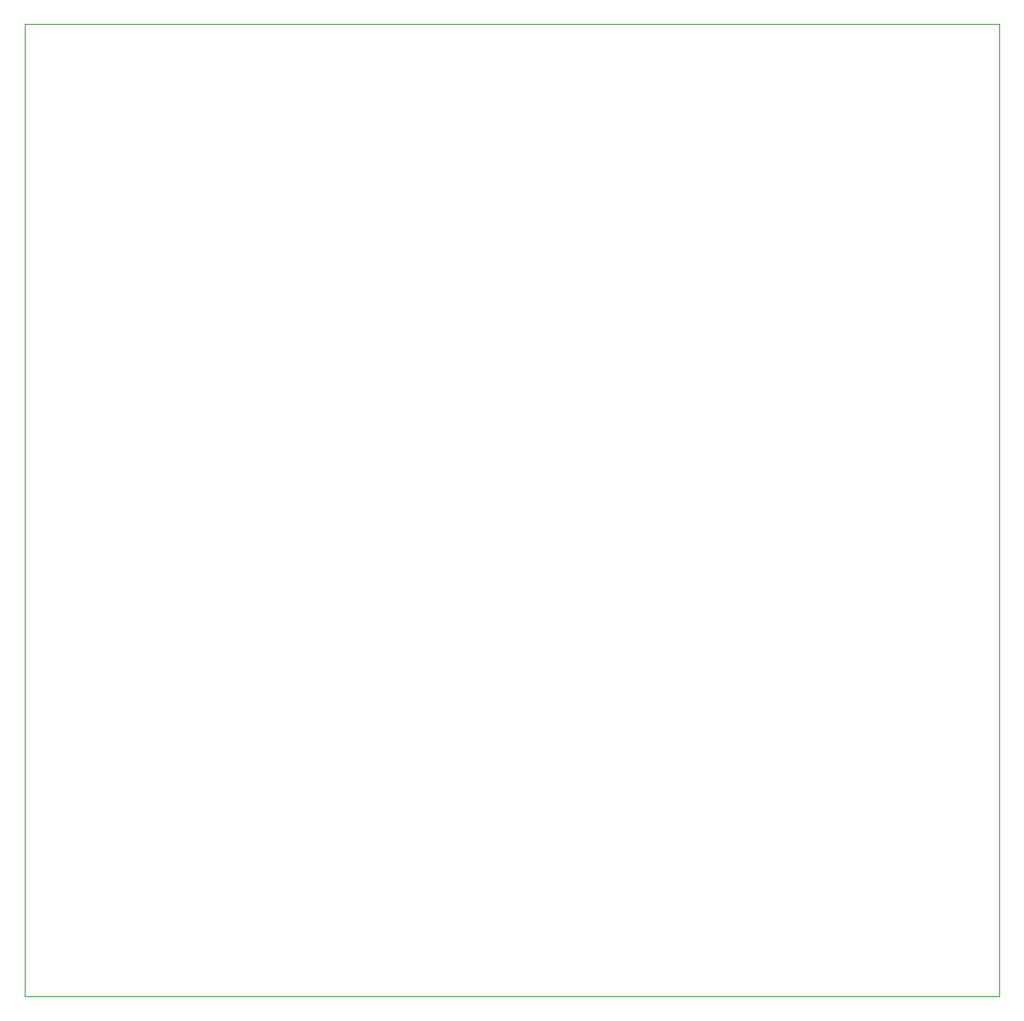
<source format=gbr>
%TF.GenerationSoftware,KiCad,Pcbnew,9.0.2-2.fc42*%
%TF.CreationDate,2025-06-07T11:28:53-05:00*%
%TF.ProjectId,macro_pad,6d616372-6f5f-4706-9164-2e6b69636164,rev?*%
%TF.SameCoordinates,Original*%
%TF.FileFunction,Profile,NP*%
%FSLAX46Y46*%
G04 Gerber Fmt 4.6, Leading zero omitted, Abs format (unit mm)*
G04 Created by KiCad (PCBNEW 9.0.2-2.fc42) date 2025-06-07 11:28:53*
%MOMM*%
%LPD*%
G01*
G04 APERTURE LIST*
%TA.AperFunction,Profile*%
%ADD10C,0.050000*%
%TD*%
G04 APERTURE END LIST*
D10*
X50600000Y-19100000D02*
X150600000Y-19100000D01*
X150600000Y-118900000D01*
X50600000Y-118900000D01*
X50600000Y-19100000D01*
M02*

</source>
